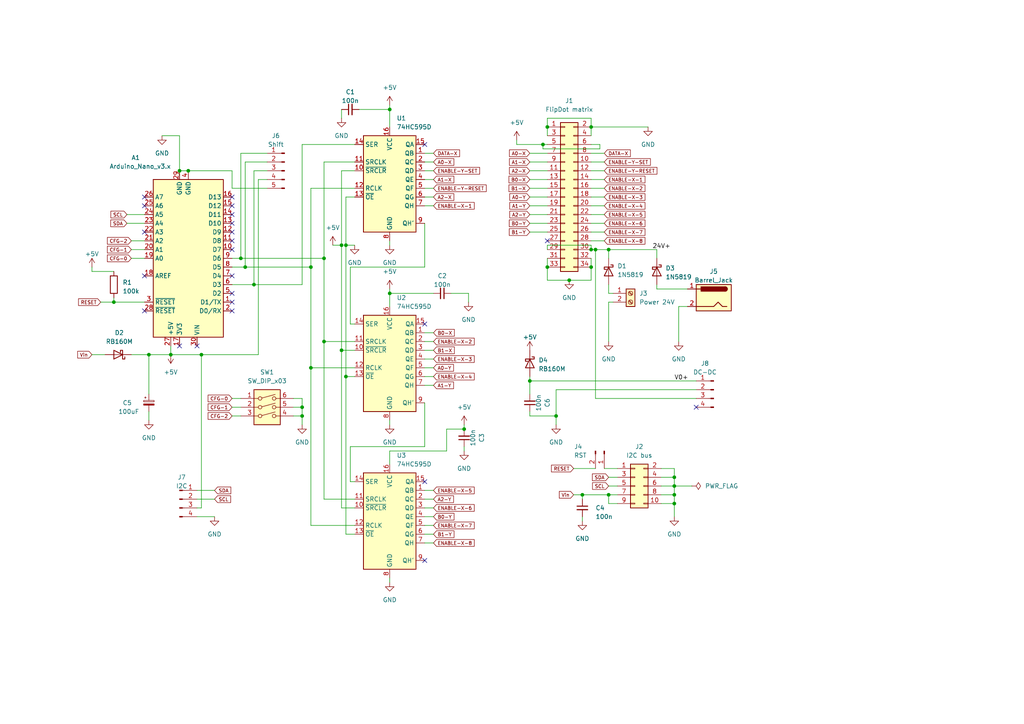
<source format=kicad_sch>
(kicad_sch (version 20230121) (generator eeschema)
  (paper "A4")
  (title_block (title "FlipDot34-Nano Controller Board") (date "2022-04-30") (rev "1.0"))
  (lib_symbols
    (symbol "74xx:74HC595"
      (property "Reference" "U" (at -7.62 13.97 0))
      (property "Value" "74HC595" (at -7.62 -16.51 0))
      (symbol "74HC595_1_0"
        (pin tri_state line (at 10.16 7.62 180) (length 2.54) (name "QB") (number "1"))
        (pin input line (at -10.16 2.54 0) (length 2.54) (name "~{SRCLR}") (number "10"))
        (pin input line (at -10.16 5.08 0) (length 2.54) (name "SRCLK") (number "11"))
        (pin input line (at -10.16 -2.54 0) (length 2.54) (name "RCLK") (number "12"))
        (pin input line (at -10.16 -5.08 0) (length 2.54) (name "~{OE}") (number "13"))
        (pin input line (at -10.16 10.16 0) (length 2.54) (name "SER") (number "14"))
        (pin tri_state line (at 10.16 10.16 180) (length 2.54) (name "QA") (number "15"))
        (pin power_in line (at 0 15.24 270) (length 2.54) (name "VCC") (number "16"))
        (pin tri_state line (at 10.16 5.08 180) (length 2.54) (name "QC") (number "2"))
        (pin tri_state line (at 10.16 2.54 180) (length 2.54) (name "QD") (number "3"))
        (pin tri_state line (at 10.16 0 180) (length 2.54) (name "QE") (number "4"))
        (pin tri_state line (at 10.16 -2.54 180) (length 2.54) (name "QF") (number "5"))
        (pin tri_state line (at 10.16 -5.08 180) (length 2.54) (name "QG") (number "6"))
        (pin tri_state line (at 10.16 -7.62 180) (length 2.54) (name "QH") (number "7"))
        (pin power_in line (at 0 -17.78 90) (length 2.54) (name "GND") (number "8"))
        (pin output line (at 10.16 -12.7 180) (length 2.54) (name "QH'") (number "9"))
      )
      (symbol "74HC595_1_1"
        (rectangle (start -7.62 12.7) (end 7.62 -15.24) (stroke (width 0.254)) (fill (type background)))
      )
    )
    (symbol "Connector:Barrel_Jack" (pin_names (offset 1.016))
      (property "Reference" "J" (at 0 5.334 0))
      (property "Value" "Barrel_Jack" (at 0 -5.08 0))
      (symbol "Barrel_Jack_0_1"
        (rectangle (start -5.08 3.81) (end 5.08 -3.81) (stroke (width 0.254)) (fill (type background)))
        (arc (start -3.302 3.175) (mid -3.9343 2.54) (end -3.302 1.905) (stroke (width 0.254)))
        (arc (start -3.302 3.175) (mid -3.9343 2.54) (end -3.302 1.905) (stroke (width 0.254)) (fill (type outline)))
        (polyline (pts (xy 5.08 2.54) (xy 3.81 2.54)) (stroke (width 0.254)))
        (polyline (pts (xy -3.81 -2.54) (xy -2.54 -2.54) (xy -1.27 -1.27) (xy 0 -2.54) (xy 2.54 -2.54) (xy 5.08 -2.54)) (stroke (width 0.254)))
        (rectangle (start 3.683 3.175) (end -3.302 1.905) (stroke (width 0.254)) (fill (type outline)))
      )
      (symbol "Barrel_Jack_1_1"
        (pin passive line (at 7.62 2.54 180) (length 2.54) (name "~") (number "1"))
        (pin passive line (at 7.62 -2.54 180) (length 2.54) (name "~") (number "2"))
      )
    )
    (symbol "Connector:Conn_01x02_Male" (pin_names (offset 1.016) hide)
      (property "Reference" "J" (at 0 2.54 0))
      (property "Value" "Conn_01x02_Male" (at 0 -5.08 0))
      (symbol "Conn_01x02_Male_1_1"
        (polyline (pts (xy 1.27 -2.54) (xy 0.8636 -2.54)) (stroke (width 0.1524)))
        (polyline (pts (xy 1.27 0) (xy 0.8636 0)) (stroke (width 0.1524)))
        (rectangle (start 0.8636 -2.413) (end 0 -2.667) (stroke (width 0.1524)) (fill (type outline)))
        (rectangle (start 0.8636 0.127) (end 0 -0.127) (stroke (width 0.1524)) (fill (type outline)))
        (pin passive line (at 5.08 0 180) (length 3.81) (name "Pin_1") (number "1"))
        (pin passive line (at 5.08 -2.54 180) (length 3.81) (name "Pin_2") (number "2"))
      )
    )
    (symbol "Connector:Conn_01x04_Pin" (pin_names (offset 1.016) hide)
      (property "Reference" "J" (at 0 5.08 0))
      (property "Value" "Conn_01x04_Pin" (at 0 -7.62 0))
      (symbol "Conn_01x04_Pin_1_1"
        (polyline (pts (xy 1.27 -5.08) (xy 0.8636 -5.08)) (stroke (width 0.1524)))
        (polyline (pts (xy 1.27 -2.54) (xy 0.8636 -2.54)) (stroke (width 0.1524)))
        (polyline (pts (xy 1.27 0) (xy 0.8636 0)) (stroke (width 0.1524)))
        (polyline (pts (xy 1.27 2.54) (xy 0.8636 2.54)) (stroke (width 0.1524)))
        (rectangle (start 0.8636 -4.953) (end 0 -5.207) (stroke (width 0.1524)) (fill (type outline)))
        (rectangle (start 0.8636 -2.413) (end 0 -2.667) (stroke (width 0.1524)) (fill (type outline)))
        (rectangle (start 0.8636 0.127) (end 0 -0.127) (stroke (width 0.1524)) (fill (type outline)))
        (rectangle (start 0.8636 2.667) (end 0 2.413) (stroke (width 0.1524)) (fill (type outline)))
        (pin passive line (at 5.08 2.54 180) (length 3.81) (name "Pin_1") (number "1"))
        (pin passive line (at 5.08 0 180) (length 3.81) (name "Pin_2") (number "2"))
        (pin passive line (at 5.08 -2.54 180) (length 3.81) (name "Pin_3") (number "3"))
        (pin passive line (at 5.08 -5.08 180) (length 3.81) (name "Pin_4") (number "4"))
      )
    )
    (symbol "Connector:Conn_01x05_Pin" (pin_names (offset 1.016) hide)
      (property "Reference" "J" (at 0 7.62 0))
      (property "Value" "Conn_01x05_Pin" (at 0 -7.62 0))
      (symbol "Conn_01x05_Pin_1_1"
        (polyline (pts (xy 1.27 -5.08) (xy 0.8636 -5.08)) (stroke (width 0.1524)))
        (polyline (pts (xy 1.27 -2.54) (xy 0.8636 -2.54)) (stroke (width 0.1524)))
        (polyline (pts (xy 1.27 0) (xy 0.8636 0)) (stroke (width 0.1524)))
        (polyline (pts (xy 1.27 2.54) (xy 0.8636 2.54)) (stroke (width 0.1524)))
        (polyline (pts (xy 1.27 5.08) (xy 0.8636 5.08)) (stroke (width 0.1524)))
        (rectangle (start 0.8636 -4.953) (end 0 -5.207) (stroke (width 0.1524)) (fill (type outline)))
        (rectangle (start 0.8636 -2.413) (end 0 -2.667) (stroke (width 0.1524)) (fill (type outline)))
        (rectangle (start 0.8636 0.127) (end 0 -0.127) (stroke (width 0.1524)) (fill (type outline)))
        (rectangle (start 0.8636 2.667) (end 0 2.413) (stroke (width 0.1524)) (fill (type outline)))
        (rectangle (start 0.8636 5.207) (end 0 4.953) (stroke (width 0.1524)) (fill (type outline)))
        (pin passive line (at 5.08 5.08 180) (length 3.81) (name "Pin_1") (number "1"))
        (pin passive line (at 5.08 2.54 180) (length 3.81) (name "Pin_2") (number "2"))
        (pin passive line (at 5.08 0 180) (length 3.81) (name "Pin_3") (number "3"))
        (pin passive line (at 5.08 -2.54 180) (length 3.81) (name "Pin_4") (number "4"))
        (pin passive line (at 5.08 -5.08 180) (length 3.81) (name "Pin_5") (number "5"))
      )
    )
    (symbol "Connector:Screw_Terminal_01x02" (pin_names (offset 1.016) hide)
      (property "Reference" "J" (at 0 2.54 0))
      (property "Value" "Screw_Terminal_01x02" (at 0 -5.08 0))
      (symbol "Screw_Terminal_01x02_1_1"
        (rectangle (start -1.27 1.27) (end 1.27 -3.81) (stroke (width 0.254)) (fill (type background)))
        (circle (center 0 -2.54) (radius 0.635) (stroke (width 0.1524)))
        (polyline (pts (xy -0.5334 -2.2098) (xy 0.3302 -3.048)) (stroke (width 0.1524)))
        (polyline (pts (xy -0.5334 0.3302) (xy 0.3302 -0.508)) (stroke (width 0.1524)))
        (polyline (pts (xy -0.3556 -2.032) (xy 0.508 -2.8702)) (stroke (width 0.1524)))
        (polyline (pts (xy -0.3556 0.508) (xy 0.508 -0.3302)) (stroke (width 0.1524)))
        (circle (center 0 0) (radius 0.635) (stroke (width 0.1524)))
        (pin passive line (at -5.08 0 0) (length 3.81) (name "Pin_1") (number "1"))
        (pin passive line (at -5.08 -2.54 0) (length 3.81) (name "Pin_2") (number "2"))
      )
    )
    (symbol "Connector_Generic:Conn_02x05_Odd_Even" (pin_names (offset 1.016) hide)
      (property "Reference" "J" (at 1.27 7.62 0))
      (property "Value" "Conn_02x05_Odd_Even" (at 1.27 -7.62 0))
      (symbol "Conn_02x05_Odd_Even_1_1"
        (rectangle (start -1.27 -4.953) (end 0 -5.207) (stroke (width 0.1524)))
        (rectangle (start -1.27 -2.413) (end 0 -2.667) (stroke (width 0.1524)))
        (rectangle (start -1.27 0.127) (end 0 -0.127) (stroke (width 0.1524)))
        (rectangle (start -1.27 2.667) (end 0 2.413) (stroke (width 0.1524)))
        (rectangle (start -1.27 5.207) (end 0 4.953) (stroke (width 0.1524)))
        (rectangle (start -1.27 6.35) (end 3.81 -6.35) (stroke (width 0.254)) (fill (type background)))
        (rectangle (start 3.81 -4.953) (end 2.54 -5.207) (stroke (width 0.1524)))
        (rectangle (start 3.81 -2.413) (end 2.54 -2.667) (stroke (width 0.1524)))
        (rectangle (start 3.81 0.127) (end 2.54 -0.127) (stroke (width 0.1524)))
        (rectangle (start 3.81 2.667) (end 2.54 2.413) (stroke (width 0.1524)))
        (rectangle (start 3.81 5.207) (end 2.54 4.953) (stroke (width 0.1524)))
        (pin passive line (at -5.08 5.08 0) (length 3.81) (name "Pin_1") (number "1"))
        (pin passive line (at 7.62 -5.08 180) (length 3.81) (name "Pin_10") (number "10"))
        (pin passive line (at 7.62 5.08 180) (length 3.81) (name "Pin_2") (number "2"))
        (pin passive line (at -5.08 2.54 0) (length 3.81) (name "Pin_3") (number "3"))
        (pin passive line (at 7.62 2.54 180) (length 3.81) (name "Pin_4") (number "4"))
        (pin passive line (at -5.08 0 0) (length 3.81) (name "Pin_5") (number "5"))
        (pin passive line (at 7.62 0 180) (length 3.81) (name "Pin_6") (number "6"))
        (pin passive line (at -5.08 -2.54 0) (length 3.81) (name "Pin_7") (number "7"))
        (pin passive line (at 7.62 -2.54 180) (length 3.81) (name "Pin_8") (number "8"))
        (pin passive line (at -5.08 -5.08 0) (length 3.81) (name "Pin_9") (number "9"))
      )
    )
    (symbol "Connector_Generic:Conn_02x17_Odd_Even" (pin_names (offset 1.016) hide)
      (property "Reference" "J" (at 1.27 22.86 0))
      (property "Value" "Conn_02x17_Odd_Even" (at 1.27 -22.86 0))
      (symbol "Conn_02x17_Odd_Even_1_1"
        (rectangle (start -1.27 -20.193) (end 0 -20.447) (stroke (width 0.1524)))
        (rectangle (start -1.27 -17.653) (end 0 -17.907) (stroke (width 0.1524)))
        (rectangle (start -1.27 -15.113) (end 0 -15.367) (stroke (width 0.1524)))
        (rectangle (start -1.27 -12.573) (end 0 -12.827) (stroke (width 0.1524)))
        (rectangle (start -1.27 -10.033) (end 0 -10.287) (stroke (width 0.1524)))
        (rectangle (start -1.27 -7.493) (end 0 -7.747) (stroke (width 0.1524)))
        (rectangle (start -1.27 -4.953) (end 0 -5.207) (stroke (width 0.1524)))
        (rectangle (start -1.27 -2.413) (end 0 -2.667) (stroke (width 0.1524)))
        (rectangle (start -1.27 0.127) (end 0 -0.127) (stroke (width 0.1524)))
        (rectangle (start -1.27 2.667) (end 0 2.413) (stroke (width 0.1524)))
        (rectangle (start -1.27 5.207) (end 0 4.953) (stroke (width 0.1524)))
        (rectangle (start -1.27 7.747) (end 0 7.493) (stroke (width 0.1524)))
        (rectangle (start -1.27 10.287) (end 0 10.033) (stroke (width 0.1524)))
        (rectangle (start -1.27 12.827) (end 0 12.573) (stroke (width 0.1524)))
        (rectangle (start -1.27 15.367) (end 0 15.113) (stroke (width 0.1524)))
        (rectangle (start -1.27 17.907) (end 0 17.653) (stroke (width 0.1524)))
        (rectangle (start -1.27 20.447) (end 0 20.193) (stroke (width 0.1524)))
        (rectangle (start -1.27 21.59) (end 3.81 -21.59) (stroke (width 0.254)) (fill (type background)))
        (rectangle (start 3.81 -20.193) (end 2.54 -20.447) (stroke (width 0.1524)))
        (rectangle (start 3.81 -17.653) (end 2.54 -17.907) (stroke (width 0.1524)))
        (rectangle (start 3.81 -15.113) (end 2.54 -15.367) (stroke (width 0.1524)))
        (rectangle (start 3.81 -12.573) (end 2.54 -12.827) (stroke (width 0.1524)))
        (rectangle (start 3.81 -10.033) (end 2.54 -10.287) (stroke (width 0.1524)))
        (rectangle (start 3.81 -7.493) (end 2.54 -7.747) (stroke (width 0.1524)))
        (rectangle (start 3.81 -4.953) (end 2.54 -5.207) (stroke (width 0.1524)))
        (rectangle (start 3.81 -2.413) (end 2.54 -2.667) (stroke (width 0.1524)))
        (rectangle (start 3.81 0.127) (end 2.54 -0.127) (stroke (width 0.1524)))
        (rectangle (start 3.81 2.667) (end 2.54 2.413) (stroke (width 0.1524)))
        (rectangle (start 3.81 5.207) (end 2.54 4.953) (stroke (width 0.1524)))
        (rectangle (start 3.81 7.747) (end 2.54 7.493) (stroke (width 0.1524)))
        (rectangle (start 3.81 10.287) (end 2.54 10.033) (stroke (width 0.1524)))
        (rectangle (start 3.81 12.827) (end 2.54 12.573) (stroke (width 0.1524)))
        (rectangle (start 3.81 15.367) (end 2.54 15.113) (stroke (width 0.1524)))
        (rectangle (start 3.81 17.907) (end 2.54 17.653) (stroke (width 0.1524)))
        (rectangle (start 3.81 20.447) (end 2.54 20.193) (stroke (width 0.1524)))
        (pin passive line (at -5.08 20.32 0) (length 3.81) (name "Pin_1") (number "1"))
        (pin passive line (at 7.62 10.16 180) (length 3.81) (name "Pin_10") (number "10"))
        (pin passive line (at -5.08 7.62 0) (length 3.81) (name "Pin_11") (number "11"))
        (pin passive line (at 7.62 7.62 180) (length 3.81) (name "Pin_12") (number "12"))
        (pin passive line (at -5.08 5.08 0) (length 3.81) (name "Pin_13") (number "13"))
        (pin passive line (at 7.62 5.08 180) (length 3.81) (name "Pin_14") (number "14"))
        (pin passive line (at -5.08 2.54 0) (length 3.81) (name "Pin_15") (number "15"))
        (pin passive line (at 7.62 2.54 180) (length 3.81) (name "Pin_16") (number "16"))
        (pin passive line (at -5.08 0 0) (length 3.81) (name "Pin_17") (number "17"))
        (pin passive line (at 7.62 0 180) (length 3.81) (name "Pin_18") (number "18"))
        (pin passive line (at -5.08 -2.54 0) (length 3.81) (name "Pin_19") (number "19"))
        (pin passive line (at 7.62 20.32 180) (length 3.81) (name "Pin_2") (number "2"))
        (pin passive line (at 7.62 -2.54 180) (length 3.81) (name "Pin_20") (number "20"))
        (pin passive line (at -5.08 -5.08 0) (length 3.81) (name "Pin_21") (number "21"))
        (pin passive line (at 7.62 -5.08 180) (length 3.81) (name "Pin_22") (number "22"))
        (pin passive line (at -5.08 -7.62 0) (length 3.81) (name "Pin_23") (number "23"))
        (pin passive line (at 7.62 -7.62 180) (length 3.81) (name "Pin_24") (number "24"))
        (pin passive line (at -5.08 -10.16 0) (length 3.81) (name "Pin_25") (number "25"))
        (pin passive line (at 7.62 -10.16 180) (length 3.81) (name "Pin_26") (number "26"))
        (pin passive line (at -5.08 -12.7 0) (length 3.81) (name "Pin_27") (number "27"))
        (pin passive line (at 7.62 -12.7 180) (length 3.81) (name "Pin_28") (number "28"))
        (pin passive line (at -5.08 -15.24 0) (length 3.81) (name "Pin_29") (number "29"))
        (pin passive line (at -5.08 17.78 0) (length 3.81) (name "Pin_3") (number "3"))
        (pin passive line (at 7.62 -15.24 180) (length 3.81) (name "Pin_30") (number "30"))
        (pin passive line (at -5.08 -17.78 0) (length 3.81) (name "Pin_31") (number "31"))
        (pin passive line (at 7.62 -17.78 180) (length 3.81) (name "Pin_32") (number "32"))
        (pin passive line (at -5.08 -20.32 0) (length 3.81) (name "Pin_33") (number "33"))
        (pin passive line (at 7.62 -20.32 180) (length 3.81) (name "Pin_34") (number "34"))
        (pin passive line (at 7.62 17.78 180) (length 3.81) (name "Pin_4") (number "4"))
        (pin passive line (at -5.08 15.24 0) (length 3.81) (name "Pin_5") (number "5"))
        (pin passive line (at 7.62 15.24 180) (length 3.81) (name "Pin_6") (number "6"))
        (pin passive line (at -5.08 12.7 0) (length 3.81) (name "Pin_7") (number "7"))
        (pin passive line (at 7.62 12.7 180) (length 3.81) (name "Pin_8") (number "8"))
        (pin passive line (at -5.08 10.16 0) (length 3.81) (name "Pin_9") (number "9"))
      )
    )
    (symbol "Device:C_Polarized_Small" (pin_numbers hide) (pin_names (offset 0.254) hide)
      (property "Reference" "C" (at 0.254 1.778 0))
      (property "Value" "C_Polarized_Small" (at 0.254 -2.032 0))
      (symbol "C_Polarized_Small_0_1"
        (rectangle (start -1.524 -0.3048) (end 1.524 -0.6858) (fill (type outline)))
        (rectangle (start -1.524 0.6858) (end 1.524 0.3048))
        (polyline (pts (xy -1.27 1.524) (xy -0.762 1.524)))
        (polyline (pts (xy -1.016 1.27) (xy -1.016 1.778)))
      )
      (symbol "C_Polarized_Small_1_1"
        (pin passive line (at 0 2.54 270) (length 1.8542) (name "~") (number "1"))
        (pin passive line (at 0 -2.54 90) (length 1.8542) (name "~") (number "2"))
      )
    )
    (symbol "Device:C_Small" (pin_numbers hide) (pin_names (offset 0.254) hide)
      (property "Reference" "C" (at 0.254 1.778 0))
      (property "Value" "C_Small" (at 0.254 -2.032 0))
      (symbol "C_Small_0_1"
        (polyline (pts (xy -1.524 -0.508) (xy 1.524 -0.508)) (stroke (width 0.3302)))
        (polyline (pts (xy -1.524 0.508) (xy 1.524 0.508)) (stroke (width 0.3048)))
      )
      (symbol "C_Small_1_1"
        (pin passive line (at 0 2.54 270) (length 2.032) (name "~") (number "1"))
        (pin passive line (at 0 -2.54 90) (length 2.032) (name "~") (number "2"))
      )
    )
    (symbol "Device:R" (pin_numbers hide) (pin_names (offset 0))
      (property "Reference" "R" (at 2.032 0 90))
      (property "Value" "R" (at 0 0 90))
      (symbol "R_0_1"
        (rectangle (start -1.016 -2.54) (end 1.016 2.54) (stroke (width 0.254)))
      )
      (symbol "R_1_1"
        (pin passive line (at 0 3.81 270) (length 1.27) (name "~") (number "1"))
        (pin passive line (at 0 -3.81 90) (length 1.27) (name "~") (number "2"))
      )
    )
    (symbol "Diode:1N5819" (pin_numbers hide) (pin_names (offset 1.016) hide)
      (property "Reference" "D" (at 0 2.54 0))
      (property "Value" "1N5819" (at 0 -2.54 0))
      (symbol "1N5819_0_1"
        (polyline (pts (xy 1.27 0) (xy -1.27 0)))
        (polyline (pts (xy 1.27 1.27) (xy 1.27 -1.27) (xy -1.27 0) (xy 1.27 1.27)) (stroke (width 0.254)))
        (polyline (pts (xy -1.905 0.635) (xy -1.905 1.27) (xy -1.27 1.27) (xy -1.27 -1.27) (xy -0.635 -1.27) (xy -0.635 -0.635)) (stroke (width 0.254)))
      )
      (symbol "1N5819_1_1"
        (pin passive line (at -3.81 0 0) (length 2.54) (name "K") (number "1"))
        (pin passive line (at 3.81 0 180) (length 2.54) (name "A") (number "2"))
      )
    )
    (symbol "MCU_Module:Arduino_Nano_v3.x"
      (property "Reference" "A" (at -10.16 23.495 0))
      (property "Value" "Arduino_Nano_v3.x" (at 5.08 -24.13 0))
      (symbol "Arduino_Nano_v3.x_0_1"
        (rectangle (start -10.16 22.86) (end 10.16 -22.86) (stroke (width 0.254)) (fill (type background)))
      )
      (symbol "Arduino_Nano_v3.x_1_1"
        (pin bidirectional line (at -12.7 12.7 0) (length 2.54) (name "D1/TX") (number "1"))
        (pin bidirectional line (at -12.7 -2.54 0) (length 2.54) (name "D7") (number "10"))
        (pin bidirectional line (at -12.7 -5.08 0) (length 2.54) (name "D8") (number "11"))
        (pin bidirectional line (at -12.7 -7.62 0) (length 2.54) (name "D9") (number "12"))
        (pin bidirectional line (at -12.7 -10.16 0) (length 2.54) (name "D10") (number "13"))
        (pin bidirectional line (at -12.7 -12.7 0) (length 2.54) (name "D11") (number "14"))
        (pin bidirectional line (at -12.7 -15.24 0) (length 2.54) (name "D12") (number "15"))
        (pin bidirectional line (at -12.7 -17.78 0) (length 2.54) (name "D13") (number "16"))
        (pin power_out line (at 2.54 25.4 270) (length 2.54) (name "3V3") (number "17"))
        (pin input line (at 12.7 5.08 180) (length 2.54) (name "AREF") (number "18"))
        (pin bidirectional line (at 12.7 0 180) (length 2.54) (name "A0") (number "19"))
        (pin bidirectional line (at -12.7 15.24 0) (length 2.54) (name "D0/RX") (number "2"))
        (pin bidirectional line (at 12.7 -2.54 180) (length 2.54) (name "A1") (number "20"))
        (pin bidirectional line (at 12.7 -5.08 180) (length 2.54) (name "A2") (number "21"))
        (pin bidirectional line (at 12.7 -7.62 180) (length 2.54) (name "A3") (number "22"))
        (pin bidirectional line (at 12.7 -10.16 180) (length 2.54) (name "A4") (number "23"))
        (pin bidirectional line (at 12.7 -12.7 180) (length 2.54) (name "A5") (number "24"))
        (pin bidirectional line (at 12.7 -15.24 180) (length 2.54) (name "A6") (number "25"))
        (pin bidirectional line (at 12.7 -17.78 180) (length 2.54) (name "A7") (number "26"))
        (pin power_out line (at 5.08 25.4 270) (length 2.54) (name "+5V") (number "27"))
        (pin input line (at 12.7 15.24 180) (length 2.54) (name "~{RESET}") (number "28"))
        (pin power_in line (at 2.54 -25.4 90) (length 2.54) (name "GND") (number "29"))
        (pin input line (at 12.7 12.7 180) (length 2.54) (name "~{RESET}") (number "3"))
        (pin power_in line (at -2.54 25.4 270) (length 2.54) (name "VIN") (number "30"))
        (pin power_in line (at 0 -25.4 90) (length 2.54) (name "GND") (number "4"))
        (pin bidirectional line (at -12.7 10.16 0) (length 2.54) (name "D2") (number "5"))
        (pin bidirectional line (at -12.7 7.62 0) (length 2.54) (name "D3") (number "6"))
        (pin bidirectional line (at -12.7 5.08 0) (length 2.54) (name "D4") (number "7"))
        (pin bidirectional line (at -12.7 2.54 0) (length 2.54) (name "D5") (number "8"))
        (pin bidirectional line (at -12.7 0 0) (length 2.54) (name "D6") (number "9"))
      )
    )
    (symbol "Switch:SW_DIP_x03" (pin_names (offset 0) hide)
      (property "Reference" "SW" (at 0 8.89 0))
      (property "Value" "SW_DIP_x03" (at 0 -3.81 0))
      (symbol "SW_DIP_x03_0_0"
        (circle (center -2.032 0) (radius 0.508))
        (circle (center -2.032 2.54) (radius 0.508))
        (circle (center -2.032 5.08) (radius 0.508))
        (polyline (pts (xy -1.524 0.127) (xy 2.3622 1.1684)))
        (polyline (pts (xy -1.524 2.667) (xy 2.3622 3.7084)))
        (polyline (pts (xy -1.524 5.207) (xy 2.3622 6.2484)))
        (circle (center 2.032 0) (radius 0.508))
        (circle (center 2.032 2.54) (radius 0.508))
        (circle (center 2.032 5.08) (radius 0.508))
      )
      (symbol "SW_DIP_x03_0_1"
        (rectangle (start -3.81 7.62) (end 3.81 -2.54) (stroke (width 0.254)) (fill (type background)))
      )
      (symbol "SW_DIP_x03_1_1"
        (pin passive line (at -7.62 5.08 0) (length 5.08) (name "~") (number "1"))
        (pin passive line (at -7.62 2.54 0) (length 5.08) (name "~") (number "2"))
        (pin passive line (at -7.62 0 0) (length 5.08) (name "~") (number "3"))
        (pin passive line (at 7.62 0 180) (length 5.08) (name "~") (number "4"))
        (pin passive line (at 7.62 2.54 180) (length 5.08) (name "~") (number "5"))
        (pin passive line (at 7.62 5.08 180) (length 5.08) (name "~") (number "6"))
      )
    )
    (symbol "power:+5V" (power) (pin_names (offset 0))
      (property "Value" "+5V" (at 0 3.556 0))
      (symbol "+5V_0_1"
        (polyline (pts (xy -0.762 1.27) (xy 0 2.54)))
        (polyline (pts (xy 0 0) (xy 0 2.54)))
        (polyline (pts (xy 0 2.54) (xy 0.762 1.27)))
      )
      (symbol "+5V_1_1"
        (pin power_in line (at 0 0 90) (length 0) hide (name "+5V") (number "1"))
      )
    )
    (symbol "power:GND" (power) (pin_names (offset 0))
      (property "Value" "GND" (at 0 -3.81 0))
      (symbol "GND_0_1"
        (polyline (pts (xy 0 0) (xy 0 -1.27) (xy 1.27 -1.27) (xy 0 -2.54) (xy -1.27 -1.27) (xy 0 -1.27)))
      )
      (symbol "GND_1_1"
        (pin power_in line (at 0 0 270) (length 0) hide (name "GND") (number "1"))
      )
    )
    (symbol "power:PWR_FLAG" (power) (pin_numbers hide) (pin_names (offset 0) hide)
      (property "Value" "PWR_FLAG" (at 0 3.81 0))
      (symbol "PWR_FLAG_0_0"
        (pin power_out line (at 0 0 90) (length 0) (name "pwr") (number "1"))
      )
      (symbol "PWR_FLAG_0_1"
        (polyline (pts (xy 0 0) (xy 0 1.27) (xy -1.016 1.905) (xy 0 2.54) (xy 1.016 1.905) (xy 0 1.27)))
      )
    )
  )
  (junction (at 168.91 143.51))
  (junction (at 52.07 49.53))
  (junction (at 73.66 82.55))
  (junction (at 100.33 71.12))
  (junction (at 33.02 87.63))
  (junction (at 99.06 101.6))
  (junction (at 58.42 102.87))
  (junction (at 99.06 71.12))
  (junction (at 113.03 85.09))
  (junction (at 43.18 102.87))
  (junction (at 171.45 77.47))
  (junction (at 195.58 143.51))
  (junction (at 171.45 72.39))
  (junction (at 161.29 120.65))
  (junction (at 195.58 140.97))
  (junction (at 195.58 146.05))
  (junction (at 100.33 109.22))
  (junction (at 54.61 49.53))
  (junction (at 158.75 36.83))
  (junction (at 165.1 81.28))
  (junction (at 172.72 72.39))
  (junction (at 113.03 31.75))
  (junction (at 69.85 74.93))
  (junction (at 90.17 106.68))
  (junction (at 153.67 110.49))
  (junction (at 90.17 77.47))
  (junction (at 157.48 41.91))
  (junction (at 87.63 120.65))
  (junction (at 49.53 102.87))
  (junction (at 87.63 118.11))
  (junction (at 171.45 36.83))
  (junction (at 134.62 124.46))
  (junction (at 176.53 143.51))
  (junction (at 93.98 74.93))
  (junction (at 158.75 77.47))
  (junction (at 195.58 138.43))
  (junction (at 176.53 72.39))
  (junction (at 71.12 77.47))
  (junction (at 93.98 99.06))
  (no_connect (at 41.91 67.31))
  (no_connect (at 67.31 87.63))
  (no_connect (at 41.91 59.69))
  (no_connect (at 123.19 93.98))
  (no_connect (at 123.19 139.7))
  (no_connect (at 123.19 41.91))
  (no_connect (at 52.07 100.33))
  (no_connect (at 201.93 118.11))
  (no_connect (at 67.31 57.15))
  (no_connect (at 67.31 64.77))
  (no_connect (at 67.31 85.09))
  (no_connect (at 67.31 80.01))
  (no_connect (at 67.31 67.31))
  (no_connect (at 67.31 69.85))
  (no_connect (at 67.31 72.39))
  (no_connect (at 41.91 80.01))
  (no_connect (at 57.15 100.33))
  (no_connect (at 123.19 162.56))
  (no_connect (at 41.91 57.15))
  (no_connect (at 67.31 90.17))
  (no_connect (at 158.75 69.85))
  (no_connect (at 67.31 62.23))
  (no_connect (at 67.31 59.69))
  (no_connect (at 41.91 90.17))
  (wire (pts (xy 153.67 46.99) (xy 158.75 46.99)))
  (wire (pts (xy 102.87 57.15) (xy 100.33 57.15)))
  (wire (pts (xy 67.31 82.55) (xy 73.66 82.55)))
  (wire (pts (xy 176.53 140.97) (xy 179.07 140.97)))
  (wire (pts (xy 157.48 41.91) (xy 157.48 43.18)))
  (wire (pts (xy 113.03 31.75) (xy 113.03 36.83)))
  (wire (pts (xy 196.85 88.9) (xy 199.39 88.9)))
  (wire (pts (xy 157.48 41.91) (xy 158.75 41.91)))
  (wire (pts (xy 168.91 143.51) (xy 176.53 143.51)))
  (wire (pts (xy 67.31 118.11) (xy 69.85 118.11)))
  (wire (pts (xy 153.67 119.38) (xy 153.67 120.65)))
  (wire (pts (xy 195.58 135.89) (xy 195.58 138.43)))
  (wire (pts (xy 158.75 71.12) (xy 171.45 71.12)))
  (wire (pts (xy 43.18 119.38) (xy 43.18 121.92)))
  (wire (pts (xy 85.09 120.65) (xy 87.63 120.65)))
  (wire (pts (xy 171.45 34.29) (xy 171.45 36.83)))
  (wire (pts (xy 172.72 72.39) (xy 176.53 72.39)))
  (wire (pts (xy 38.1 102.87) (xy 43.18 102.87)))
  (wire (pts (xy 158.75 36.83) (xy 158.75 39.37)))
  (wire (pts (xy 153.67 62.23) (xy 158.75 62.23)))
  (wire (pts (xy 195.58 140.97) (xy 200.66 140.97)))
  (wire (pts (xy 158.75 34.29) (xy 171.45 34.29)))
  (wire (pts (xy 123.19 77.47) (xy 101.6 77.47)))
  (wire (pts (xy 195.58 146.05) (xy 195.58 149.86)))
  (wire (pts (xy 153.67 120.65) (xy 161.29 120.65)))
  (wire (pts (xy 123.19 99.06) (xy 125.73 99.06)))
  (wire (pts (xy 153.67 109.22) (xy 153.67 110.49)))
  (wire (pts (xy 171.45 71.12) (xy 171.45 72.39)))
  (wire (pts (xy 123.19 149.86) (xy 125.73 149.86)))
  (wire (pts (xy 29.21 87.63) (xy 33.02 87.63)))
  (wire (pts (xy 49.53 100.33) (xy 49.53 102.87)))
  (wire (pts (xy 99.06 101.6) (xy 99.06 147.32)))
  (wire (pts (xy 175.26 54.61) (xy 171.45 54.61)))
  (wire (pts (xy 90.17 54.61) (xy 90.17 77.47)))
  (wire (pts (xy 123.19 142.24) (xy 125.73 142.24)))
  (wire (pts (xy 93.98 144.78) (xy 102.87 144.78)))
  (wire (pts (xy 100.33 71.12) (xy 102.87 71.12)))
  (wire (pts (xy 77.47 52.07) (xy 74.93 52.07)))
  (wire (pts (xy 153.67 57.15) (xy 158.75 57.15)))
  (wire (pts (xy 57.15 147.32) (xy 58.42 147.32)))
  (wire (pts (xy 173.99 43.18) (xy 173.99 41.91)))
  (wire (pts (xy 171.45 72.39) (xy 172.72 72.39)))
  (wire (pts (xy 71.12 46.99) (xy 71.12 77.47)))
  (wire (pts (xy 33.02 86.36) (xy 33.02 87.63)))
  (wire (pts (xy 161.29 113.03) (xy 201.93 113.03)))
  (wire (pts (xy 52.07 39.37) (xy 52.07 49.53)))
  (wire (pts (xy 43.18 102.87) (xy 49.53 102.87)))
  (wire (pts (xy 26.67 77.47) (xy 26.67 78.74)))
  (wire (pts (xy 90.17 77.47) (xy 90.17 106.68)))
  (wire (pts (xy 36.83 62.23) (xy 41.91 62.23)))
  (wire (pts (xy 175.26 57.15) (xy 171.45 57.15)))
  (wire (pts (xy 93.98 99.06) (xy 102.87 99.06)))
  (wire (pts (xy 113.03 121.92) (xy 113.03 123.19)))
  (wire (pts (xy 191.77 143.51) (xy 195.58 143.51)))
  (wire (pts (xy 191.77 140.97) (xy 195.58 140.97)))
  (wire (pts (xy 158.75 81.28) (xy 165.1 81.28)))
  (wire (pts (xy 123.19 154.94) (xy 125.73 154.94)))
  (wire (pts (xy 149.86 40.64) (xy 149.86 41.91)))
  (wire (pts (xy 168.91 143.51) (xy 168.91 144.78)))
  (wire (pts (xy 100.33 57.15) (xy 100.33 71.12)))
  (wire (pts (xy 67.31 77.47) (xy 71.12 77.47)))
  (wire (pts (xy 176.53 72.39) (xy 176.53 74.93)))
  (wire (pts (xy 57.15 142.24) (xy 62.23 142.24)))
  (wire (pts (xy 176.53 85.09) (xy 177.8 85.09)))
  (wire (pts (xy 99.06 71.12) (xy 99.06 101.6)))
  (wire (pts (xy 102.87 49.53) (xy 99.06 49.53)))
  (wire (pts (xy 85.09 115.57) (xy 87.63 115.57)))
  (wire (pts (xy 157.48 43.18) (xy 173.99 43.18)))
  (wire (pts (xy 166.37 143.51) (xy 168.91 143.51)))
  (wire (pts (xy 67.31 49.53) (xy 54.61 49.53)))
  (wire (pts (xy 67.31 115.57) (xy 69.85 115.57)))
  (wire (pts (xy 52.07 49.53) (xy 54.61 49.53)))
  (wire (pts (xy 101.6 93.98) (xy 102.87 93.98)))
  (wire (pts (xy 175.26 59.69) (xy 171.45 59.69)))
  (wire (pts (xy 123.19 109.22) (xy 125.73 109.22)))
  (wire (pts (xy 176.53 87.63) (xy 177.8 87.63)))
  (wire (pts (xy 123.19 96.52) (xy 125.73 96.52)))
  (wire (pts (xy 123.19 116.84) (xy 123.19 129.54)))
  (wire (pts (xy 33.02 87.63) (xy 41.91 87.63)))
  (wire (pts (xy 99.06 101.6) (xy 102.87 101.6)))
  (wire (pts (xy 173.99 41.91) (xy 171.45 41.91)))
  (wire (pts (xy 171.45 81.28) (xy 171.45 77.47)))
  (wire (pts (xy 100.33 109.22) (xy 100.33 154.94)))
  (wire (pts (xy 123.19 152.4) (xy 125.73 152.4)))
  (wire (pts (xy 123.19 104.14) (xy 125.73 104.14)))
  (wire (pts (xy 73.66 82.55) (xy 87.63 82.55)))
  (wire (pts (xy 158.75 72.39) (xy 158.75 71.12)))
  (wire (pts (xy 123.19 106.68) (xy 125.73 106.68)))
  (wire (pts (xy 191.77 135.89) (xy 195.58 135.89)))
  (wire (pts (xy 101.6 139.7) (xy 102.87 139.7)))
  (wire (pts (xy 113.03 69.85) (xy 113.03 71.12)))
  (wire (pts (xy 195.58 143.51) (xy 195.58 146.05)))
  (wire (pts (xy 38.1 74.93) (xy 41.91 74.93)))
  (wire (pts (xy 123.19 111.76) (xy 125.73 111.76)))
  (wire (pts (xy 176.53 143.51) (xy 179.07 143.51)))
  (wire (pts (xy 101.6 129.54) (xy 101.6 139.7)))
  (wire (pts (xy 102.87 46.99) (xy 93.98 46.99)))
  (wire (pts (xy 58.42 102.87) (xy 49.53 102.87)))
  (wire (pts (xy 90.17 106.68) (xy 102.87 106.68)))
  (wire (pts (xy 175.26 49.53) (xy 171.45 49.53)))
  (wire (pts (xy 175.26 135.89) (xy 179.07 135.89)))
  (wire (pts (xy 153.67 67.31) (xy 158.75 67.31)))
  (wire (pts (xy 123.19 49.53) (xy 125.73 49.53)))
  (wire (pts (xy 123.19 64.77) (xy 123.19 77.47)))
  (wire (pts (xy 123.19 44.45) (xy 125.73 44.45)))
  (wire (pts (xy 130.81 85.09) (xy 135.89 85.09)))
  (wire (pts (xy 71.12 77.47) (xy 90.17 77.47)))
  (wire (pts (xy 123.19 144.78) (xy 125.73 144.78)))
  (wire (pts (xy 74.93 52.07) (xy 74.93 102.87)))
  (wire (pts (xy 123.19 57.15) (xy 125.73 57.15)))
  (wire (pts (xy 168.91 149.86) (xy 168.91 151.13)))
  (wire (pts (xy 67.31 74.93) (xy 69.85 74.93)))
  (wire (pts (xy 99.06 49.53) (xy 99.06 71.12)))
  (wire (pts (xy 58.42 102.87) (xy 58.42 147.32)))
  (wire (pts (xy 90.17 152.4) (xy 102.87 152.4)))
  (wire (pts (xy 100.33 154.94) (xy 102.87 154.94)))
  (wire (pts (xy 176.53 87.63) (xy 176.53 99.06)))
  (wire (pts (xy 158.75 74.93) (xy 158.75 77.47)))
  (wire (pts (xy 129.54 124.46) (xy 134.62 124.46)))
  (wire (pts (xy 175.26 46.99) (xy 171.45 46.99)))
  (wire (pts (xy 77.47 49.53) (xy 73.66 49.53)))
  (wire (pts (xy 67.31 54.61) (xy 67.31 49.53)))
  (wire (pts (xy 153.67 110.49) (xy 153.67 114.3)))
  (wire (pts (xy 176.53 146.05) (xy 179.07 146.05)))
  (wire (pts (xy 171.45 36.83) (xy 171.45 39.37)))
  (wire (pts (xy 38.1 69.85) (xy 41.91 69.85)))
  (wire (pts (xy 113.03 130.81) (xy 129.54 130.81)))
  (wire (pts (xy 153.67 59.69) (xy 158.75 59.69)))
  (wire (pts (xy 99.06 147.32) (xy 102.87 147.32)))
  (wire (pts (xy 171.45 69.85) (xy 175.26 69.85)))
  (wire (pts (xy 158.75 77.47) (xy 158.75 81.28)))
  (wire (pts (xy 90.17 106.68) (xy 90.17 152.4)))
  (wire (pts (xy 104.14 31.75) (xy 113.03 31.75)))
  (wire (pts (xy 153.67 52.07) (xy 158.75 52.07)))
  (wire (pts (xy 113.03 85.09) (xy 125.73 85.09)))
  (wire (pts (xy 195.58 140.97) (xy 195.58 143.51)))
  (wire (pts (xy 153.67 64.77) (xy 158.75 64.77)))
  (wire (pts (xy 191.77 146.05) (xy 195.58 146.05)))
  (wire (pts (xy 52.07 39.37) (xy 46.99 39.37)))
  (wire (pts (xy 36.83 64.77) (xy 41.91 64.77)))
  (wire (pts (xy 171.45 67.31) (xy 175.26 67.31)))
  (wire (pts (xy 87.63 41.91) (xy 102.87 41.91)))
  (wire (pts (xy 69.85 44.45) (xy 69.85 74.93)))
  (wire (pts (xy 26.67 78.74) (xy 33.02 78.74)))
  (wire (pts (xy 123.19 147.32) (xy 125.73 147.32)))
  (wire (pts (xy 176.53 82.55) (xy 176.53 85.09)))
  (wire (pts (xy 85.09 118.11) (xy 87.63 118.11)))
  (wire (pts (xy 176.53 143.51) (xy 176.53 146.05)))
  (wire (pts (xy 87.63 82.55) (xy 87.63 41.91)))
  (wire (pts (xy 87.63 115.57) (xy 87.63 118.11)))
  (wire (pts (xy 87.63 120.65) (xy 87.63 123.19)))
  (wire (pts (xy 69.85 74.93) (xy 93.98 74.93)))
  (wire (pts (xy 161.29 113.03) (xy 161.29 120.65)))
  (wire (pts (xy 100.33 71.12) (xy 100.33 109.22)))
  (wire (pts (xy 166.37 135.89) (xy 172.72 135.89)))
  (wire (pts (xy 93.98 46.99) (xy 93.98 74.93)))
  (wire (pts (xy 175.26 62.23) (xy 171.45 62.23)))
  (wire (pts (xy 57.15 144.78) (xy 62.23 144.78)))
  (wire (pts (xy 123.19 101.6) (xy 125.73 101.6)))
  (wire (pts (xy 26.67 102.87) (xy 30.48 102.87)))
  (wire (pts (xy 201.93 115.57) (xy 172.72 115.57)))
  (wire (pts (xy 123.19 52.07) (xy 125.73 52.07)))
  (wire (pts (xy 74.93 102.87) (xy 58.42 102.87)))
  (wire (pts (xy 176.53 138.43) (xy 179.07 138.43)))
  (wire (pts (xy 113.03 83.82) (xy 113.03 85.09)))
  (wire (pts (xy 87.63 118.11) (xy 87.63 120.65)))
  (wire (pts (xy 129.54 130.81) (xy 129.54 124.46)))
  (wire (pts (xy 175.26 44.45) (xy 171.45 44.45)))
  (wire (pts (xy 102.87 54.61) (xy 90.17 54.61)))
  (wire (pts (xy 113.03 134.62) (xy 113.03 130.81)))
  (wire (pts (xy 123.19 157.48) (xy 125.73 157.48)))
  (wire (pts (xy 134.62 129.54) (xy 134.62 130.81)))
  (wire (pts (xy 153.67 54.61) (xy 158.75 54.61)))
  (wire (pts (xy 135.89 85.09) (xy 135.89 87.63)))
  (wire (pts (xy 171.45 74.93) (xy 171.45 77.47)))
  (wire (pts (xy 96.52 71.12) (xy 99.06 71.12)))
  (wire (pts (xy 57.15 149.86) (xy 62.23 149.86)))
  (wire (pts (xy 175.26 52.07) (xy 171.45 52.07)))
  (wire (pts (xy 153.67 44.45) (xy 158.75 44.45)))
  (wire (pts (xy 100.33 109.22) (xy 102.87 109.22)))
  (wire (pts (xy 77.47 44.45) (xy 69.85 44.45)))
  (wire (pts (xy 123.19 54.61) (xy 125.73 54.61)))
  (wire (pts (xy 195.58 138.43) (xy 195.58 140.97)))
  (wire (pts (xy 77.47 46.99) (xy 71.12 46.99)))
  (wire (pts (xy 165.1 81.28) (xy 171.45 81.28)))
  (wire (pts (xy 123.19 46.99) (xy 125.73 46.99)))
  (wire (pts (xy 99.06 31.75) (xy 99.06 34.29)))
  (wire (pts (xy 43.18 102.87) (xy 43.18 114.3)))
  (wire (pts (xy 176.53 72.39) (xy 190.5 72.39)))
  (wire (pts (xy 171.45 36.83) (xy 187.96 36.83)))
  (wire (pts (xy 113.03 167.64) (xy 113.03 168.91)))
  (wire (pts (xy 134.62 123.19) (xy 134.62 124.46)))
  (wire (pts (xy 196.85 88.9) (xy 196.85 99.06)))
  (wire (pts (xy 77.47 54.61) (xy 67.31 54.61)))
  (wire (pts (xy 158.75 36.83) (xy 158.75 34.29)))
  (wire (pts (xy 190.5 72.39) (xy 190.5 74.93)))
  (wire (pts (xy 93.98 74.93) (xy 93.98 99.06)))
  (wire (pts (xy 52.07 49.53) (xy 52.07 50.8)))
  (wire (pts (xy 67.31 120.65) (xy 69.85 120.65)))
  (wire (pts (xy 191.77 138.43) (xy 195.58 138.43)))
  (wire (pts (xy 113.03 30.48) (xy 113.03 31.75)))
  (wire (pts (xy 93.98 99.06) (xy 93.98 144.78)))
  (wire (pts (xy 38.1 72.39) (xy 41.91 72.39)))
  (wire (pts (xy 123.19 59.69) (xy 125.73 59.69)))
  (wire (pts (xy 190.5 83.82) (xy 199.39 83.82)))
  (wire (pts (xy 190.5 82.55) (xy 190.5 83.82)))
  (wire (pts (xy 123.19 129.54) (xy 101.6 129.54)))
  (wire (pts (xy 73.66 49.53) (xy 73.66 82.55)))
  (wire (pts (xy 153.67 110.49) (xy 201.93 110.49)))
  (wire (pts (xy 149.86 41.91) (xy 157.48 41.91)))
  (wire (pts (xy 153.67 49.53) (xy 158.75 49.53)))
  (wire (pts (xy 161.29 120.65) (xy 161.29 123.19)))
  (wire (pts (xy 101.6 77.47) (xy 101.6 93.98)))
  (wire (pts (xy 175.26 64.77) (xy 171.45 64.77)))
  (wire (pts (xy 113.03 85.09) (xy 113.03 88.9)))
  (wire (pts (xy 172.72 115.57) (xy 172.72 72.39)))
  (label "V0+" (at 195.58 110.49 0))
  (label "24V+" (at 189.23 72.39 0))
  (global_label "ENABLE-X-5" (shape input) (at 175.26 62.23 0) (effects (font (size 1 1))) (property "Intersheetrefs" "${INTERSHEET_REFS}" (effects hide)))
  (global_label "SDA" (shape input) (at 36.83 64.77 180) (effects (font (size 1 1))) (property "Intersheetrefs" "${INTERSHEET_REFS}" (effects hide)))
  (global_label "ENABLE-X-8" (shape input) (at 125.73 157.48 0) (effects (font (size 1 1))) (property "Intersheetrefs" "${INTERSHEET_REFS}" (effects hide)))
  (global_label "ENABLE-Y-RESET" (shape input) (at 125.73 54.61 0) (effects (font (size 1 1))) (property "Intersheetrefs" "${INTERSHEET_REFS}" (effects hide)))
  (global_label "SCL" (shape input) (at 176.53 140.97 180) (effects (font (size 1 1))) (property "Intersheetrefs" "${INTERSHEET_REFS}" (effects hide)))
  (global_label "DATA-X" (shape input) (at 125.73 44.45 0) (effects (font (size 1 1))) (property "Intersheetrefs" "${INTERSHEET_REFS}" (effects hide)))
  (global_label "CFG-1" (shape input) (at 67.31 118.11 180) (effects (font (size 1 1))) (property "Intersheetrefs" "${INTERSHEET_REFS}" (effects hide)))
  (global_label "A0-X" (shape input) (at 125.73 46.99 0) (effects (font (size 1 1))) (property "Intersheetrefs" "${INTERSHEET_REFS}" (effects hide)))
  (global_label "B0-Y" (shape input) (at 153.67 64.77 180) (effects (font (size 1 1))) (property "Intersheetrefs" "${INTERSHEET_REFS}" (effects hide)))
  (global_label "ENABLE-X-1" (shape input) (at 125.73 59.69 0) (effects (font (size 1 1))) (property "Intersheetrefs" "${INTERSHEET_REFS}" (effects hide)))
  (global_label "B1-Y" (shape input) (at 125.73 154.94 0) (effects (font (size 1 1))) (property "Intersheetrefs" "${INTERSHEET_REFS}" (effects hide)))
  (global_label "ENABLE-X-6" (shape input) (at 125.73 147.32 0) (effects (font (size 1 1))) (property "Intersheetrefs" "${INTERSHEET_REFS}" (effects hide)))
  (global_label "SDA" (shape input) (at 176.53 138.43 180) (effects (font (size 1 1))) (property "Intersheetrefs" "${INTERSHEET_REFS}" (effects hide)))
  (global_label "A1-Y" (shape input) (at 125.73 111.76 0) (effects (font (size 1 1))) (property "Intersheetrefs" "${INTERSHEET_REFS}" (effects hide)))
  (global_label "B0-Y" (shape input) (at 125.73 149.86 0) (effects (font (size 1 1))) (property "Intersheetrefs" "${INTERSHEET_REFS}" (effects hide)))
  (global_label "A0-Y" (shape input) (at 153.67 57.15 180) (effects (font (size 1 1))) (property "Intersheetrefs" "${INTERSHEET_REFS}" (effects hide)))
  (global_label "ENABLE-X-3" (shape input) (at 175.26 57.15 0) (effects (font (size 1 1))) (property "Intersheetrefs" "${INTERSHEET_REFS}" (effects hide)))
  (global_label "ENABLE-X-4" (shape input) (at 175.26 59.69 0) (effects (font (size 1 1))) (property "Intersheetrefs" "${INTERSHEET_REFS}" (effects hide)))
  (global_label "ENABLE-X-5" (shape input) (at 125.73 142.24 0) (effects (font (size 1 1))) (property "Intersheetrefs" "${INTERSHEET_REFS}" (effects hide)))
  (global_label "B1-X" (shape input) (at 153.67 54.61 180) (effects (font (size 1 1))) (property "Intersheetrefs" "${INTERSHEET_REFS}" (effects hide)))
  (global_label "A1-X" (shape input) (at 125.73 52.07 0) (effects (font (size 1 1))) (property "Intersheetrefs" "${INTERSHEET_REFS}" (effects hide)))
  (global_label "RESET" (shape input) (at 29.21 87.63 180) (effects (font (size 1 1))) (property "Intersheetrefs" "${INTERSHEET_REFS}" (effects hide)))
  (global_label "CFG-0" (shape input) (at 67.31 115.57 180) (effects (font (size 1 1))) (property "Intersheetrefs" "${INTERSHEET_REFS}" (effects hide)))
  (global_label "CFG-1" (shape input) (at 38.1 72.39 180) (effects (font (size 1 1))) (property "Intersheetrefs" "${INTERSHEET_REFS}" (effects hide)))
  (global_label "RESET" (shape input) (at 166.37 135.89 180) (effects (font (size 1 1))) (property "Intersheetrefs" "${INTERSHEET_REFS}" (effects hide)))
  (global_label "B0-X" (shape input) (at 153.67 52.07 180) (effects (font (size 1 1))) (property "Intersheetrefs" "${INTERSHEET_REFS}" (effects hide)))
  (global_label "B1-Y" (shape input) (at 153.67 67.31 180) (effects (font (size 1 1))) (property "Intersheetrefs" "${INTERSHEET_REFS}" (effects hide)))
  (global_label "A0-Y" (shape input) (at 125.73 106.68 0) (effects (font (size 1 1))) (property "Intersheetrefs" "${INTERSHEET_REFS}" (effects hide)))
  (global_label "A2-X" (shape input) (at 153.67 49.53 180) (effects (font (size 1 1))) (property "Intersheetrefs" "${INTERSHEET_REFS}" (effects hide)))
  (global_label "B0-X" (shape input) (at 125.73 96.52 0) (effects (font (size 1 1))) (property "Intersheetrefs" "${INTERSHEET_REFS}" (effects hide)))
  (global_label "ENABLE-X-6" (shape input) (at 175.26 64.77 0) (effects (font (size 1 1))) (property "Intersheetrefs" "${INTERSHEET_REFS}" (effects hide)))
  (global_label "A1-Y" (shape input) (at 153.67 59.69 180) (effects (font (size 1 1))) (property "Intersheetrefs" "${INTERSHEET_REFS}" (effects hide)))
  (global_label "SCL" (shape input) (at 62.23 144.78 0) (effects (font (size 1 1))) (property "Intersheetrefs" "${INTERSHEET_REFS}" (effects hide)))
  (global_label "A2-Y" (shape input) (at 125.73 144.78 0) (effects (font (size 1 1))) (property "Intersheetrefs" "${INTERSHEET_REFS}" (effects hide)))
  (global_label "SCL" (shape input) (at 36.83 62.23 180) (effects (font (size 1 1))) (property "Intersheetrefs" "${INTERSHEET_REFS}" (effects hide)))
  (global_label "ENABLE-X-8" (shape input) (at 175.26 69.85 0) (effects (font (size 1 1))) (property "Intersheetrefs" "${INTERSHEET_REFS}" (effects hide)))
  (global_label "DATA-X" (shape input) (at 175.26 44.45 0) (effects (font (size 1 1))) (property "Intersheetrefs" "${INTERSHEET_REFS}" (effects hide)))
  (global_label "ENABLE-X-4" (shape input) (at 125.73 109.22 0) (effects (font (size 1 1))) (property "Intersheetrefs" "${INTERSHEET_REFS}" (effects hide)))
  (global_label "ENABLE-X-3" (shape input) (at 125.73 104.14 0) (effects (font (size 1 1))) (property "Intersheetrefs" "${INTERSHEET_REFS}" (effects hide)))
  (global_label "Vin" (shape input) (at 26.67 102.87 180) (effects (font (size 1 1))) (property "Intersheetrefs" "${INTERSHEET_REFS}" (effects hide)))
  (global_label "ENABLE-X-2" (shape input) (at 125.73 99.06 0) (effects (font (size 1 1))) (property "Intersheetrefs" "${INTERSHEET_REFS}" (effects hide)))
  (global_label "CFG-0" (shape input) (at 38.1 74.93 180) (effects (font (size 1 1))) (property "Intersheetrefs" "${INTERSHEET_REFS}" (effects hide)))
  (global_label "ENABLE-Y-RESET" (shape input) (at 175.26 49.53 0) (effects (font (size 1 1))) (property "Intersheetrefs" "${INTERSHEET_REFS}" (effects hide)))
  (global_label "A2-Y" (shape input) (at 153.67 62.23 180) (effects (font (size 1 1))) (property "Intersheetrefs" "${INTERSHEET_REFS}" (effects hide)))
  (global_label "A1-X" (shape input) (at 153.67 46.99 180) (effects (font (size 1 1))) (property "Intersheetrefs" "${INTERSHEET_REFS}" (effects hide)))
  (global_label "A2-X" (shape input) (at 125.73 57.15 0) (effects (font (size 1 1))) (property "Intersheetrefs" "${INTERSHEET_REFS}" (effects hide)))
  (global_label "Vin" (shape input) (at 166.37 143.51 180) (effects (font (size 1 1))) (property "Intersheetrefs" "${INTERSHEET_REFS}" (effects hide)))
  (global_label "CFG-2" (shape input) (at 38.1 69.85 180) (effects (font (size 1 1))) (property "Intersheetrefs" "${INTERSHEET_REFS}" (effects hide)))
  (global_label "SDA" (shape input) (at 62.23 142.24 0) (effects (font (size 1 1))) (property "Intersheetrefs" "${INTERSHEET_REFS}" (effects hide)))
  (global_label "A0-X" (shape input) (at 153.67 44.45 180) (effects (font (size 1 1))) (property "Intersheetrefs" "${INTERSHEET_REFS}" (effects hide)))
  (global_label "ENABLE-Y-SET" (shape input) (at 125.73 49.53 0) (effects (font (size 1 1))) (property "Intersheetrefs" "${INTERSHEET_REFS}" (effects hide)))
  (global_label "ENABLE-Y-SET" (shape input) (at 175.26 46.99 0) (effects (font (size 1 1))) (property "Intersheetrefs" "${INTERSHEET_REFS}" (effects hide)))
  (global_label "ENABLE-X-1" (shape input) (at 175.26 52.07 0) (effects (font (size 1 1))) (property "Intersheetrefs" "${INTERSHEET_REFS}" (effects hide)))
  (global_label "ENABLE-X-2" (shape input) (at 175.26 54.61 0) (effects (font (size 1 1))) (property "Intersheetrefs" "${INTERSHEET_REFS}" (effects hide)))
  (global_label "ENABLE-X-7" (shape input) (at 125.73 152.4 0) (effects (font (size 1 1))) (property "Intersheetrefs" "${INTERSHEET_REFS}" (effects hide)))
  (global_label "ENABLE-X-7" (shape input) (at 175.26 67.31 0) (effects (font (size 1 1))) (property "Intersheetrefs" "${INTERSHEET_REFS}" (effects hide)))
  (global_label "CFG-2" (shape input) (at 67.31 120.65 180) (effects (font (size 1 1))) (property "Intersheetrefs" "${INTERSHEET_REFS}" (effects hide)))
  (global_label "B1-X" (shape input) (at 125.73 101.6 0) (effects (font (size 1 1))) (property "Intersheetrefs" "${INTERSHEET_REFS}" (effects hide)))
  (symbol (lib_id "power:+5V") (at 134.62 123.19 0) (unit 1)
    (property "Reference" "#PWR0105" (effects hide))
    (property "Value" "+5V" (at 134.62 118.11 0))
  )
  (symbol (lib_id "74xx:74HC595") (at 113.03 52.07 0) (unit 1)
    (property "Reference" "U1" (at 115.0494 34.29 0) (effects (justify left)))
    (property "Value" "74HC595D" (at 115.0494 36.83 0) (effects (justify left)))
    (property "Footprint" "Package_SO:SO-16_3.9x9.9mm_P1.27mm" (effects hide))
    (property "Datasheet" "http://www.ti.com/lit/ds/symlink/sn74hc595.pdf" (effects hide))
  )
  (symbol (lib_id "Connector:Barrel_Jack") (at 207.01 86.36 0) (mirror y) (unit 1)
    (property "Reference" "J5" (at 207.01 78.74 0))
    (property "Value" "Barrel_Jack" (at 207.01 81.28 0))
    (property "Footprint" "Connector_BarrelJack:BarrelJack_Wuerth_6941xx301002" (effects hide))
  )
  (symbol (lib_id "power:GND") (at 168.91 151.13 0) (unit 1)
    (property "Reference" "#PWR018" (effects hide))
    (property "Value" "GND" (at 168.91 156.21 0))
  )
  (symbol (lib_id "power:GND") (at 113.03 123.19 0) (unit 1)
    (property "Reference" "#PWR010" (effects hide))
    (property "Value" "GND" (at 113.03 128.27 0))
  )
  (symbol (lib_id "power:GND") (at 161.29 123.19 0) (unit 1)
    (property "Reference" "#PWR019" (effects hide))
    (property "Value" "GND" (at 161.29 128.27 0))
  )
  (symbol (lib_id "power:GND") (at 113.03 71.12 0) (unit 1)
    (property "Reference" "#PWR0101" (effects hide))
    (property "Value" "GND" (at 113.03 76.2 0))
  )
  (symbol (lib_id "Device:C_Polarized_Small") (at 43.18 116.84 0) (unit 1)
    (property "Reference" "C5" (at 35.56 116.84 0) (effects (justify left)))
    (property "Value" "100uF" (at 34.29 119.38 0) (effects (justify left)))
    (property "Footprint" "Capacitor_THT:CP_Radial_D8.0mm_P3.50mm" (effects hide))
  )
  (symbol (lib_id "Diode:1N5819") (at 34.29 102.87 180) (unit 1)
    (property "Reference" "D2" (at 34.6075 96.52 0))
    (property "Value" "RB160M" (at 34.6075 99.06 0))
    (property "Footprint" "Diode_SMD:D_SOD-123" (effects hide))
  )
  (symbol (lib_id "power:GND") (at 99.06 34.29 0) (unit 1)
    (property "Reference" "#PWR05" (effects hide))
    (property "Value" "GND" (at 99.06 39.37 0))
  )
  (symbol (lib_id "power:GND") (at 165.1 81.28 0) (unit 1)
    (property "Reference" "#PWR014" (effects hide))
    (property "Value" "GND" (at 165.1 86.36 0))
  )
  (symbol (lib_id "power:GND") (at 46.99 39.37 0) (unit 1)
    (property "Reference" "#PWR01" (effects hide))
    (property "Value" "GND" (at 46.99 44.45 0))
  )
  (symbol (lib_id "Connector:Conn_01x04_Pin") (at 52.07 144.78 0) (unit 1)
    (property "Reference" "J7" (at 52.705 138.43 0))
    (property "Value" "I2C" (at 52.705 140.97 0))
    (property "Footprint" "Connector_PinHeader_2.54mm:PinHeader_1x04_P2.54mm_Vertical" (effects hide))
  )
  (symbol (lib_id "power:GND") (at 43.18 121.92 0) (unit 1)
    (property "Reference" "#PWR012" (effects hide))
    (property "Value" "GND" (at 43.18 127 0))
  )
  (symbol (lib_id "power:GND") (at 62.23 149.86 0) (unit 1)
    (property "Reference" "#PWR013" (effects hide))
    (property "Value" "GND" (at 62.23 154.94 0))
  )
  (symbol (lib_id "power:+5V") (at 153.67 101.6 0) (unit 1)
    (property "Reference" "#PWR08" (effects hide))
    (property "Value" "+5V" (at 153.67 97.79 0))
  )
  (symbol (lib_id "power:GND") (at 135.89 87.63 0) (unit 1)
    (property "Reference" "#PWR011" (effects hide))
    (property "Value" "GND" (at 135.89 92.71 0))
  )
  (symbol (lib_id "Connector_Generic:Conn_02x17_Odd_Even") (at 163.83 57.15 0) (unit 1)
    (property "Reference" "J1" (at 165.1 29.21 0))
    (property "Value" "FlipDot matrix" (at 165.1 31.75 0))
    (property "Footprint" "Connector_PinSocket_2.54mm:PinSocket_2x17_P2.54mm_Vertical" (effects hide))
  )
  (symbol (lib_id "MCU_Module:Arduino_Nano_v3.x") (at 54.61 74.93 180) (unit 1)
    (property "Reference" "A1" (at 38.1 45.72 0) (effects (justify right)))
    (property "Value" "Arduino_Nano_v3.x" (at 31.75 48.26 0) (effects (justify right)))
    (property "Footprint" "Module:Arduino_Nano" (effects hide))
    (property "Datasheet" "http://www.mouser.com/pdfdocs/Gravitech_Arduino_Nano3_0.pdf" (effects hide))
  )
  (symbol (lib_id "Connector:Conn_01x04_Pin") (at 207.01 113.03 0) (mirror y) (unit 1)
    (property "Reference" "J8" (at 204.47 105.41 0))
    (property "Value" "DC-DC" (at 204.47 107.95 0))
    (property "Footprint" "Connector_PinHeader_2.54mm:PinHeader_1x04_P2.54mm_Vertical" (effects hide))
  )
  (symbol (lib_id "Device:C_Small") (at 168.91 147.32 0) (unit 1)
    (property "Reference" "C4" (at 172.72 147.32 0) (effects (justify left)))
    (property "Value" "100n" (at 172.72 149.86 0) (effects (justify left)))
    (property "Footprint" "Capacitor_SMD:C_1206_3216Metric_Pad1.33x1.80mm_HandSolder" (effects hide))
  )
  (symbol (lib_id "Diode:1N5819") (at 176.53 78.74 270) (unit 1)
    (property "Reference" "D1" (at 179.07 77.1524 90) (effects (justify left)))
    (property "Value" "1N5819" (at 179.07 79.6924 90) (effects (justify left)))
    (property "Footprint" "Diode_THT:D_DO-41_SOD81_P10.16mm_Horizontal" (effects hide))
    (property "Datasheet" "http://www.vishay.com/docs/88525/1n5817.pdf" (effects hide))
  )
  (symbol (lib_id "Device:C_Small") (at 153.67 116.84 180) (unit 1)
    (property "Reference" "C6" (at 158.75 116.84 90))
    (property "Value" "100n" (at 156.21 116.84 90))
    (property "Footprint" "Capacitor_SMD:C_1206_3216Metric_Pad1.33x1.80mm_HandSolder" (effects hide))
  )
  (symbol (lib_id "74xx:74HC595") (at 113.03 149.86 0) (unit 1)
    (property "Reference" "U3" (at 115.0494 132.08 0) (effects (justify left)))
    (property "Value" "74HC595D" (at 115.0494 134.62 0) (effects (justify left)))
    (property "Footprint" "Package_SO:SO-16_3.9x9.9mm_P1.27mm" (effects hide))
    (property "Datasheet" "http://www.ti.com/lit/ds/symlink/sn74hc595.pdf" (effects hide))
  )
  (symbol (lib_id "power:GND") (at 102.87 71.12 0) (unit 1)
    (property "Reference" "#PWR04" (effects hide))
    (property "Value" "GND" (at 102.87 76.2 0))
  )
  (symbol (lib_id "74xx:74HC595") (at 113.03 104.14 0) (unit 1)
    (property "Reference" "U2" (at 115.0494 86.36 0) (effects (justify left)))
    (property "Value" "74HC595D" (at 115.0494 88.9 0) (effects (justify left)))
    (property "Footprint" "Package_SO:SO-16_3.9x9.9mm_P1.27mm" (effects hide))
    (property "Datasheet" "http://www.ti.com/lit/ds/symlink/sn74hc595.pdf" (effects hide))
  )
  (symbol (lib_id "Diode:1N5819") (at 153.67 105.41 270) (unit 1)
    (property "Reference" "D4" (at 156.21 104.4575 90) (effects (justify left)))
    (property "Value" "RB160M" (at 156.21 106.9975 90) (effects (justify left)))
    (property "Footprint" "Diode_SMD:D_SOD-123" (effects hide))
  )
  (symbol (lib_id "Connector_Generic:Conn_02x05_Odd_Even") (at 184.15 140.97 0) (unit 1)
    (property "Reference" "J2" (at 185.42 129.54 0))
    (property "Value" "I2C bus" (at 185.42 132.08 0))
    (property "Footprint" "Connector_IDC:IDC-Header_2x05_P2.54mm_Vertical" (effects hide))
  )
  (symbol (lib_id "power:+5V") (at 149.86 40.64 0) (unit 1)
    (property "Reference" "#PWR0106" (effects hide))
    (property "Value" "+5V" (at 149.86 35.56 0))
  )
  (symbol (lib_id "Connector:Conn_01x02_Male") (at 175.26 130.81 270) (unit 1)
    (property "Reference" "J4" (at 168.91 129.54 90) (effects (justify right)))
    (property "Value" "RST" (at 170.18 132.08 90) (effects (justify right)))
    (property "Footprint" "Connector_PinHeader_2.54mm:PinHeader_1x02_P2.54mm_Vertical" (effects hide))
  )
  (symbol (lib_id "Device:C_Small") (at 101.6 31.75 90) (unit 1)
    (property "Reference" "C1" (at 101.6 26.67 90))
    (property "Value" "100n" (at 101.6 29.21 90))
    (property "Footprint" "Capacitor_SMD:C_1206_3216Metric_Pad1.33x1.80mm_HandSolder" (effects hide))
  )
  (symbol (lib_id "power:GND") (at 196.85 99.06 0) (unit 1)
    (property "Reference" "#PWR03" (effects hide))
    (property "Value" "GND" (at 196.85 104.14 0))
  )
  (symbol (lib_id "power:GND") (at 195.58 149.86 0) (unit 1)
    (property "Reference" "#PWR016" (effects hide))
    (property "Value" "GND" (at 195.58 154.94 0))
  )
  (symbol (lib_id "power:+5V") (at 26.67 77.47 0) (unit 1)
    (property "Reference" "#PWR020" (effects hide))
    (property "Value" "+5V" (at 26.67 73.66 0))
  )
  (symbol (lib_id "power:+5V") (at 49.53 102.87 180) (unit 1)
    (property "Reference" "#PWR02" (effects hide))
    (property "Value" "+5V" (at 49.53 107.95 0))
  )
  (symbol (lib_id "Connector:Conn_01x05_Pin") (at 82.55 49.53 0) (mirror y) (unit 1)
    (property "Reference" "J6" (at 80.01 39.37 0))
    (property "Value" "Shift" (at 80.01 41.91 0))
    (property "Footprint" "Connector_PinHeader_2.54mm:PinHeader_1x05_P2.54mm_Vertical" (effects hide))
  )
  (symbol (lib_id "power:+5V") (at 96.52 71.12 0) (unit 1)
    (property "Reference" "#PWR06" (effects hide))
    (property "Value" "+5V" (at 96.52 66.04 0))
  )
  (symbol (lib_id "Connector:Screw_Terminal_01x02") (at 182.88 85.09 0) (unit 1)
    (property "Reference" "J3" (at 185.42 85.0899 0) (effects (justify left)))
    (property "Value" "Power 24V" (at 185.42 87.6299 0) (effects (justify left)))
    (property "Footprint" "TerminalBlock:TerminalBlock_bornier-2_P5.08mm" (effects hide))
  )
  (symbol (lib_id "power:GND") (at 87.63 123.19 0) (unit 1)
    (property "Reference" "#PWR0102" (effects hide))
    (property "Value" "GND" (at 87.63 128.27 0))
  )
  (symbol (lib_id "Device:C_Small") (at 134.62 127 180) (unit 1)
    (property "Reference" "C3" (at 139.7 127 90))
    (property "Value" "100n" (at 137.16 127 90))
    (property "Footprint" "Capacitor_SMD:C_1206_3216Metric_Pad1.33x1.80mm_HandSolder" (effects hide))
  )
  (symbol (lib_id "power:GND") (at 113.03 168.91 0) (unit 1)
    (property "Reference" "#PWR0103" (effects hide))
    (property "Value" "GND" (at 113.03 173.99 0))
  )
  (symbol (lib_id "power:GND") (at 134.62 130.81 0) (unit 1)
    (property "Reference" "#PWR0104" (effects hide))
    (property "Value" "GND" (at 134.62 135.89 0))
  )
  (symbol (lib_id "power:+5V") (at 113.03 30.48 0) (unit 1)
    (property "Reference" "#PWR07" (effects hide))
    (property "Value" "+5V" (at 113.03 25.4 0))
  )
  (symbol (lib_id "Diode:1N5819") (at 190.5 78.74 270) (unit 1)
    (property "Reference" "D3" (at 193.04 77.7875 90) (effects (justify left)))
    (property "Value" "1N5819" (at 193.04 80.3275 90) (effects (justify left)))
    (property "Footprint" "Diode_THT:D_DO-41_SOD81_P10.16mm_Horizontal" (effects hide))
    (property "Datasheet" "http://www.vishay.com/docs/88525/1n5817.pdf" (effects hide))
  )
  (symbol (lib_id "Switch:SW_DIP_x03") (at 77.47 120.65 0) (unit 1)
    (property "Reference" "SW1" (at 77.47 107.95 0))
    (property "Value" "SW_DIP_x03" (at 77.47 110.49 0))
    (property "Footprint" "Button_Switch_THT:SW_DIP_SPSTx03_Slide_9.78x9.8mm_W7.62mm_P2.54mm" (effects hide))
  )
  (symbol (lib_id "Device:C_Small") (at 128.27 85.09 270) (unit 1)
    (property "Reference" "C2" (at 128.27 80.01 90))
    (property "Value" "100n" (at 128.27 82.55 90))
    (property "Footprint" "Capacitor_SMD:C_1206_3216Metric_Pad1.33x1.80mm_HandSolder" (effects hide))
  )
  (symbol (lib_id "power:PWR_FLAG") (at 200.66 140.97 270) (unit 1)
    (property "Reference" "#FLG0101" (effects hide))
    (property "Value" "PWR_FLAG" (at 204.47 140.9699 90) (effects (justify left)))
  )
  (symbol (lib_id "power:GND") (at 187.96 36.83 0) (unit 1)
    (property "Reference" "#PWR017" (effects hide))
    (property "Value" "GND" (at 187.96 41.91 0))
  )
  (symbol (lib_id "Device:R") (at 33.02 82.55 0) (unit 1)
    (property "Reference" "R1" (at 35.56 81.915 0) (effects (justify left)))
    (property "Value" "100k" (at 35.56 84.455 0) (effects (justify left)))
    (property "Footprint" "Resistor_SMD:R_1206_3216Metric" (effects hide))
  )
  (symbol (lib_id "power:GND") (at 176.53 99.06 0) (unit 1)
    (property "Reference" "#PWR015" (effects hide))
    (property "Value" "GND" (at 176.53 104.14 0))
  )
  (symbol (lib_id "power:+5V") (at 113.03 83.82 0) (unit 1)
    (property "Reference" "#PWR09" (effects hide))
    (property "Value" "+5V" (at 113.03 78.74 0))
  )
)
</source>
